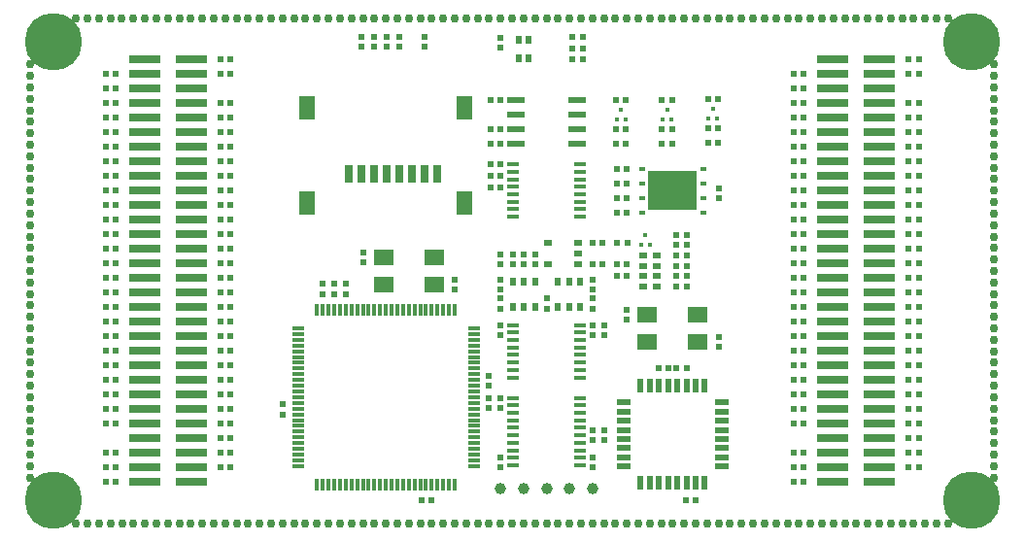
<source format=gbr>
%TF.GenerationSoftware,Altium Limited,Altium Designer,20.0.13 (296)*%
G04 Layer_Color=255*
%FSLAX26Y26*%
%MOIN*%
%TF.FileFunction,Pads,Bot*%
%TF.Part,Single*%
G01*
G75*
%TA.AperFunction,SMDPad,CuDef*%
%ADD11R,0.031496X0.019685*%
%ADD17R,0.018504X0.020472*%
%ADD23R,0.020472X0.018504*%
%ADD30R,0.015748X0.015748*%
%ADD31R,0.015748X0.015748*%
%ADD32R,0.019685X0.031496*%
%TA.AperFunction,ViaPad*%
%ADD36C,0.029528*%
%ADD37C,0.196850*%
%TA.AperFunction,SMDPad,CuDef*%
%ADD40R,0.039370X0.017716*%
%ADD41R,0.051181X0.019685*%
%ADD42R,0.019685X0.051181*%
%ADD43R,0.011811X0.039370*%
%ADD44R,0.039370X0.011811*%
%ADD45C,0.039370*%
%ADD46R,0.061024X0.023622*%
%ADD47R,0.109840X0.029130*%
%ADD48R,0.027559X0.019685*%
%ADD49R,0.023622X0.015748*%
%ADD50R,0.165354X0.133858*%
%ADD51R,0.019685X0.023622*%
%ADD52R,0.057087X0.078740*%
%ADD53R,0.031496X0.059055*%
%ADD54R,0.070866X0.055118*%
D11*
X1800787Y884646D02*
D03*
Y847244D02*
D03*
Y809843D02*
D03*
X1698425D02*
D03*
Y884646D02*
D03*
D17*
X179921Y612402D02*
D03*
X213780D02*
D03*
X1934646Y987992D02*
D03*
X1968504D02*
D03*
X1934646Y1037992D02*
D03*
X1968504D02*
D03*
X1934646Y1137992D02*
D03*
X1968504D02*
D03*
X1934646Y1087992D02*
D03*
X1968504D02*
D03*
X2110236Y452756D02*
D03*
X2076378D02*
D03*
X2173228D02*
D03*
X2139370D02*
D03*
X2204724Y0D02*
D03*
X2170866D02*
D03*
X2123228Y1274213D02*
D03*
X2089370D02*
D03*
X2123228Y1374213D02*
D03*
X2089370D02*
D03*
X1965748Y1274213D02*
D03*
X1931890D02*
D03*
X1965748Y1374213D02*
D03*
X1931890D02*
D03*
X2280709Y1277165D02*
D03*
X2246850D02*
D03*
X2280709Y1377166D02*
D03*
X2246850D02*
D03*
X1265354Y0D02*
D03*
X1299213D02*
D03*
X573622Y112402D02*
D03*
X607480D02*
D03*
X573622Y162402D02*
D03*
X607480D02*
D03*
X573622Y212402D02*
D03*
X607480D02*
D03*
X213780Y62402D02*
D03*
X179921D02*
D03*
X213780Y112402D02*
D03*
X179921D02*
D03*
X213780Y162402D02*
D03*
X179921D02*
D03*
X2935827Y112402D02*
D03*
X2969685D02*
D03*
X2935827Y162402D02*
D03*
X2969685D02*
D03*
X2575984Y62402D02*
D03*
X2542126D02*
D03*
X2575984Y112402D02*
D03*
X2542126D02*
D03*
X2575984Y162402D02*
D03*
X2542126D02*
D03*
X573622Y1462402D02*
D03*
X607480D02*
D03*
X573622Y1512402D02*
D03*
X607480D02*
D03*
X213780Y1412402D02*
D03*
X179921D02*
D03*
X213780Y1462402D02*
D03*
X179921D02*
D03*
X2935827Y1462402D02*
D03*
X2969685D02*
D03*
X2935827Y1512402D02*
D03*
X2969685D02*
D03*
X2575984Y1412402D02*
D03*
X2542126D02*
D03*
X2575984Y1462402D02*
D03*
X2542126D02*
D03*
X1501575Y1152559D02*
D03*
X1535433D02*
D03*
X1934646Y770472D02*
D03*
X1968504D02*
D03*
X1934646Y809842D02*
D03*
X1968504D02*
D03*
X2139370Y805118D02*
D03*
X2173228D02*
D03*
X2139370Y875984D02*
D03*
X2173228D02*
D03*
X1501575Y1374213D02*
D03*
X1535433D02*
D03*
X213780Y662402D02*
D03*
X179921D02*
D03*
X213780Y712402D02*
D03*
X179921D02*
D03*
X213780Y762402D02*
D03*
X179921D02*
D03*
X213780Y812402D02*
D03*
X179921D02*
D03*
X213780Y862402D02*
D03*
X179921D02*
D03*
X213780Y912402D02*
D03*
X179921D02*
D03*
X213780Y962402D02*
D03*
X179921D02*
D03*
X213780Y1012402D02*
D03*
X179921D02*
D03*
X213780Y1062402D02*
D03*
X179921D02*
D03*
X213780Y1112402D02*
D03*
X179921D02*
D03*
X213780Y1162402D02*
D03*
X179921D02*
D03*
X213780Y1212402D02*
D03*
X179921D02*
D03*
X213780Y1262402D02*
D03*
X179921D02*
D03*
X2575984Y262402D02*
D03*
X2542126D02*
D03*
X2575984Y312402D02*
D03*
X2542126D02*
D03*
X2575984Y362402D02*
D03*
X2542126D02*
D03*
X2575984Y412402D02*
D03*
X2542126D02*
D03*
X2575984Y462402D02*
D03*
X2542126D02*
D03*
X2575984Y512402D02*
D03*
X2542126D02*
D03*
X2575984Y562402D02*
D03*
X2542126D02*
D03*
X2575984Y612402D02*
D03*
X2542126D02*
D03*
X2575984Y662402D02*
D03*
X2542126D02*
D03*
X2575984Y712402D02*
D03*
X2542126D02*
D03*
X2575984Y762402D02*
D03*
X2542126D02*
D03*
X2575984Y812402D02*
D03*
X2542126D02*
D03*
X2575984Y862402D02*
D03*
X2542126D02*
D03*
X2575984Y912402D02*
D03*
X2542126D02*
D03*
X2575984Y962402D02*
D03*
X2542126D02*
D03*
X2575984Y1012402D02*
D03*
X2542126D02*
D03*
X2575984Y1062402D02*
D03*
X2542126D02*
D03*
X2575984Y1112402D02*
D03*
X2542126D02*
D03*
X2575984Y1162402D02*
D03*
X2542126D02*
D03*
X2575984Y1212402D02*
D03*
X2542126D02*
D03*
X2575984Y1262402D02*
D03*
X2542126D02*
D03*
X2575984Y1312402D02*
D03*
X2542126D02*
D03*
X2575984Y1362402D02*
D03*
X2542126D02*
D03*
X2935827Y212402D02*
D03*
X2969685D02*
D03*
X2935827Y262402D02*
D03*
X2969685D02*
D03*
X2935827Y312402D02*
D03*
X2969685D02*
D03*
X2935827Y362402D02*
D03*
X2969685D02*
D03*
X2935827Y412402D02*
D03*
X2969685D02*
D03*
X2935827Y462402D02*
D03*
X2969685D02*
D03*
X2935827Y512402D02*
D03*
X2969685D02*
D03*
X2935827Y562402D02*
D03*
X2969685D02*
D03*
X2935827Y812402D02*
D03*
X2969685D02*
D03*
X2935827Y762402D02*
D03*
X2969685D02*
D03*
X2935827Y712402D02*
D03*
X2969685D02*
D03*
X2935827Y662402D02*
D03*
X2969685D02*
D03*
X2935827Y1362402D02*
D03*
X2969685D02*
D03*
X2935827Y1312402D02*
D03*
X2969685D02*
D03*
X2935827Y1262402D02*
D03*
X2969685D02*
D03*
X2935827Y1212402D02*
D03*
X2969685D02*
D03*
X2935827Y1162402D02*
D03*
X2969685D02*
D03*
X2935827Y1112402D02*
D03*
X2969685D02*
D03*
X2935827Y1062402D02*
D03*
X2969685D02*
D03*
X2935827Y1012402D02*
D03*
X2969685D02*
D03*
X573622Y1362401D02*
D03*
X607480D02*
D03*
X573622Y1312401D02*
D03*
X607480D02*
D03*
X573622Y1262401D02*
D03*
X607480D02*
D03*
X573622Y1212401D02*
D03*
X607480D02*
D03*
X573622Y1162401D02*
D03*
X607480D02*
D03*
X573622Y1112401D02*
D03*
X607480D02*
D03*
X573622Y1062402D02*
D03*
X607480D02*
D03*
X573622Y1012402D02*
D03*
X607480D02*
D03*
X573622Y312402D02*
D03*
X607480D02*
D03*
X573622Y262402D02*
D03*
X607480D02*
D03*
X573622Y412402D02*
D03*
X607480D02*
D03*
X573622Y362402D02*
D03*
X607480D02*
D03*
X573622Y512402D02*
D03*
X607480D02*
D03*
X573622Y462402D02*
D03*
X607480D02*
D03*
X573622Y612402D02*
D03*
X607480D02*
D03*
X573622Y562402D02*
D03*
X607480D02*
D03*
X573622Y712402D02*
D03*
X607480D02*
D03*
X573622Y662402D02*
D03*
X607480D02*
D03*
X573622Y812402D02*
D03*
X607480D02*
D03*
X573622Y762402D02*
D03*
X607480D02*
D03*
X573622Y862402D02*
D03*
X607480D02*
D03*
X573622Y912402D02*
D03*
X607480D02*
D03*
X573622Y962402D02*
D03*
X607480D02*
D03*
X213780Y1312402D02*
D03*
X179921D02*
D03*
X213780Y1362402D02*
D03*
X179921D02*
D03*
X2935827Y612402D02*
D03*
X2969685D02*
D03*
X2935827Y862402D02*
D03*
X2969685D02*
D03*
X2935827Y912402D02*
D03*
X2969685D02*
D03*
X2935827Y962402D02*
D03*
X2969685D02*
D03*
X1816535Y1552067D02*
D03*
X1782677D02*
D03*
X1816535Y1512402D02*
D03*
X1782677D02*
D03*
X2089370Y1224213D02*
D03*
X2123228D02*
D03*
X1816535Y1591732D02*
D03*
X1782677D02*
D03*
X1931890Y1224213D02*
D03*
X1965748D02*
D03*
X2246850Y1227165D02*
D03*
X2280709D02*
D03*
X1501575Y1073819D02*
D03*
X1535433D02*
D03*
X1501575Y1113189D02*
D03*
X1535433D02*
D03*
X2139370Y769685D02*
D03*
X2173228D02*
D03*
X2139370Y734252D02*
D03*
X2173228D02*
D03*
X2139370Y840551D02*
D03*
X2173228D02*
D03*
X2139370Y911417D02*
D03*
X2173228D02*
D03*
X1850394Y884646D02*
D03*
X1884252D02*
D03*
X1850394Y809843D02*
D03*
X1884252D02*
D03*
X1535433Y1274213D02*
D03*
X1501575D02*
D03*
X1535433Y1224213D02*
D03*
X1501575D02*
D03*
X179921Y262402D02*
D03*
X213780D02*
D03*
X179921Y312402D02*
D03*
X213780D02*
D03*
X179921Y362402D02*
D03*
X213780D02*
D03*
X179921Y412402D02*
D03*
X213780D02*
D03*
X179921Y462402D02*
D03*
X213780D02*
D03*
X179921Y512402D02*
D03*
X213780D02*
D03*
X179921Y562402D02*
D03*
X213780D02*
D03*
D23*
X2283465Y1071850D02*
D03*
Y1037992D02*
D03*
X1692913Y658858D02*
D03*
Y692716D02*
D03*
X1850394D02*
D03*
Y658858D02*
D03*
X1535433Y758465D02*
D03*
Y724606D02*
D03*
X1616142Y809843D02*
D03*
Y843701D02*
D03*
X1535433Y1587992D02*
D03*
Y1554134D02*
D03*
X1968504Y654724D02*
D03*
Y620866D02*
D03*
X2283465Y560236D02*
D03*
Y526378D02*
D03*
X1889764Y242126D02*
D03*
Y208268D02*
D03*
X1145473Y1557874D02*
D03*
Y1591732D02*
D03*
X1535433Y567520D02*
D03*
Y601378D02*
D03*
X1850394D02*
D03*
Y567520D02*
D03*
Y146654D02*
D03*
Y112795D02*
D03*
X1535433Y146654D02*
D03*
Y112795D02*
D03*
Y317520D02*
D03*
Y351378D02*
D03*
X1003937Y708661D02*
D03*
Y742520D02*
D03*
X787402Y295276D02*
D03*
Y329134D02*
D03*
X1377953Y723228D02*
D03*
Y757087D02*
D03*
X1062992Y817717D02*
D03*
Y851575D02*
D03*
X1496063Y427559D02*
D03*
Y393701D02*
D03*
X925197Y742520D02*
D03*
Y708661D02*
D03*
X1653543Y809843D02*
D03*
Y843701D02*
D03*
X1850394Y724606D02*
D03*
Y758465D02*
D03*
X1535433Y658858D02*
D03*
Y692716D02*
D03*
X1535433Y809843D02*
D03*
Y843701D02*
D03*
X1578740Y809843D02*
D03*
Y843701D02*
D03*
X1850394Y208268D02*
D03*
Y242126D02*
D03*
X1102165Y1591732D02*
D03*
Y1557874D02*
D03*
X1275394Y1591732D02*
D03*
Y1557874D02*
D03*
X1188779Y1591732D02*
D03*
Y1557874D02*
D03*
X1058858Y1591732D02*
D03*
Y1557874D02*
D03*
X1889764Y601378D02*
D03*
Y567520D02*
D03*
X1496063Y351378D02*
D03*
Y317520D02*
D03*
X964567Y708661D02*
D03*
Y742520D02*
D03*
D30*
X2032480Y911417D02*
D03*
X2106299Y1341929D02*
D03*
X1948819D02*
D03*
X2263780Y1344882D02*
D03*
D31*
X2017717Y875984D02*
D03*
X2047244D02*
D03*
X2091535Y1306496D02*
D03*
X2121063D02*
D03*
X1934055D02*
D03*
X1963583D02*
D03*
X2249016Y1309449D02*
D03*
X2278543D02*
D03*
D32*
X1807087Y665354D02*
D03*
X1769685D02*
D03*
X1732283D02*
D03*
Y751968D02*
D03*
X1807087D02*
D03*
X1769685D02*
D03*
X1597284Y1518504D02*
D03*
Y1581496D02*
D03*
X1632716D02*
D03*
Y1518504D02*
D03*
X1653543Y665354D02*
D03*
X1616142D02*
D03*
X1578740D02*
D03*
Y751968D02*
D03*
X1653543D02*
D03*
X1616142D02*
D03*
D36*
X3031496Y-78740D02*
D03*
X3070866D02*
D03*
X2992126D02*
D03*
X2952756D02*
D03*
X2913386D02*
D03*
X2874016D02*
D03*
X2677166D02*
D03*
X2716536D02*
D03*
X2755906D02*
D03*
X2795276D02*
D03*
X2834646D02*
D03*
X2440946D02*
D03*
X2401576D02*
D03*
X2362206D02*
D03*
X2322836D02*
D03*
X2283466D02*
D03*
X2480316D02*
D03*
X2519686D02*
D03*
X2559056D02*
D03*
X2598426D02*
D03*
X2637796D02*
D03*
X2047246D02*
D03*
X2007876D02*
D03*
X1968506D02*
D03*
X1929136D02*
D03*
X1889766D02*
D03*
X2086616D02*
D03*
X2125986D02*
D03*
X2165356D02*
D03*
X2204726D02*
D03*
X2244096D02*
D03*
X1653546D02*
D03*
X1614176D02*
D03*
X1574806D02*
D03*
X1535436D02*
D03*
X1496066D02*
D03*
X1692916D02*
D03*
X1732286D02*
D03*
X1771656D02*
D03*
X1811026D02*
D03*
X1850396D02*
D03*
X1259846D02*
D03*
X1220476D02*
D03*
X1181106D02*
D03*
X1141736D02*
D03*
X1102366D02*
D03*
X1299216D02*
D03*
X1338586D02*
D03*
X1377956D02*
D03*
X1417326D02*
D03*
X1456696D02*
D03*
X866146D02*
D03*
X826776D02*
D03*
X787406D02*
D03*
X748036D02*
D03*
X708666D02*
D03*
X905516D02*
D03*
X944886D02*
D03*
X984256D02*
D03*
X1023626D02*
D03*
X1062996D02*
D03*
X472446D02*
D03*
X433076D02*
D03*
X393706D02*
D03*
X354336D02*
D03*
X314966D02*
D03*
X511816D02*
D03*
X551186D02*
D03*
X590556D02*
D03*
X629926D02*
D03*
X669296D02*
D03*
X78746D02*
D03*
X118116D02*
D03*
X157486D02*
D03*
X196856D02*
D03*
X236226D02*
D03*
X275596D02*
D03*
X2874010Y1653543D02*
D03*
X2913380D02*
D03*
X2952750D02*
D03*
X2992120D02*
D03*
X3031490D02*
D03*
X3070860D02*
D03*
X2480310D02*
D03*
X2519680D02*
D03*
X2559050D02*
D03*
X2598420D02*
D03*
X2637790D02*
D03*
X2834640D02*
D03*
X2795270D02*
D03*
X2755900D02*
D03*
X2716530D02*
D03*
X2677160D02*
D03*
X2086610D02*
D03*
X2125980D02*
D03*
X2165350D02*
D03*
X2204720D02*
D03*
X2244090D02*
D03*
X2440940D02*
D03*
X2401570D02*
D03*
X2362200D02*
D03*
X2322830D02*
D03*
X2283460D02*
D03*
X1692910D02*
D03*
X1732280D02*
D03*
X1771650D02*
D03*
X1811020D02*
D03*
X1850390D02*
D03*
X2047240D02*
D03*
X2007870D02*
D03*
X1968500D02*
D03*
X1929130D02*
D03*
X1889760D02*
D03*
X1299210D02*
D03*
X1338580D02*
D03*
X1377950D02*
D03*
X1417320D02*
D03*
X1456690D02*
D03*
X1653540D02*
D03*
X1614170D02*
D03*
X1574800D02*
D03*
X1535430D02*
D03*
X1496060D02*
D03*
X905510D02*
D03*
X944880D02*
D03*
X984250D02*
D03*
X1023620D02*
D03*
X1062990D02*
D03*
X1259840D02*
D03*
X1220470D02*
D03*
X1181100D02*
D03*
X1141730D02*
D03*
X1102360D02*
D03*
X511810D02*
D03*
X551180D02*
D03*
X590550D02*
D03*
X629920D02*
D03*
X669290D02*
D03*
X866140D02*
D03*
X826770D02*
D03*
X787400D02*
D03*
X748030D02*
D03*
X708660D02*
D03*
X314960D02*
D03*
X354330D02*
D03*
X393700D02*
D03*
X433070D02*
D03*
X472440D02*
D03*
X275590D02*
D03*
X236220D02*
D03*
X196850D02*
D03*
X157480D02*
D03*
X78740D02*
D03*
X118110D02*
D03*
X3228346Y1299213D02*
D03*
Y1259843D02*
D03*
Y1220473D02*
D03*
Y1181102D02*
D03*
Y1141732D02*
D03*
Y1102362D02*
D03*
Y1062992D02*
D03*
Y1023622D02*
D03*
Y984252D02*
D03*
Y944882D02*
D03*
Y905512D02*
D03*
Y866142D02*
D03*
Y826772D02*
D03*
Y787402D02*
D03*
Y748032D02*
D03*
Y708662D02*
D03*
Y669291D02*
D03*
Y629921D02*
D03*
Y590551D02*
D03*
Y551181D02*
D03*
Y78740D02*
D03*
Y118110D02*
D03*
Y157480D02*
D03*
Y196850D02*
D03*
Y236220D02*
D03*
Y275591D02*
D03*
Y314961D02*
D03*
Y354331D02*
D03*
Y393701D02*
D03*
Y433071D02*
D03*
Y472441D02*
D03*
Y511811D02*
D03*
Y1338583D02*
D03*
Y1377953D02*
D03*
Y1417323D02*
D03*
Y1456693D02*
D03*
Y1496063D02*
D03*
X-78740Y78740D02*
D03*
Y118110D02*
D03*
Y157480D02*
D03*
Y196850D02*
D03*
Y236220D02*
D03*
Y1062992D02*
D03*
Y1102362D02*
D03*
Y1141732D02*
D03*
Y1181102D02*
D03*
Y1220473D02*
D03*
Y1259842D02*
D03*
Y1299213D02*
D03*
Y1338583D02*
D03*
Y1377953D02*
D03*
Y1417323D02*
D03*
Y1456693D02*
D03*
Y1496063D02*
D03*
Y1023622D02*
D03*
Y984252D02*
D03*
Y944882D02*
D03*
Y905512D02*
D03*
Y866142D02*
D03*
Y826772D02*
D03*
Y787402D02*
D03*
Y748032D02*
D03*
Y708661D02*
D03*
Y669291D02*
D03*
Y629921D02*
D03*
Y590551D02*
D03*
Y551181D02*
D03*
Y511811D02*
D03*
Y472441D02*
D03*
Y433071D02*
D03*
Y393701D02*
D03*
Y354331D02*
D03*
Y314961D02*
D03*
Y275591D02*
D03*
D37*
X3149606Y1574803D02*
D03*
Y0D02*
D03*
X0Y1574803D02*
D03*
Y0D02*
D03*
D40*
X1807087Y351378D02*
D03*
X1578740D02*
D03*
X1807087Y121063D02*
D03*
X1578740D02*
D03*
Y146654D02*
D03*
Y325787D02*
D03*
Y300197D02*
D03*
Y274606D02*
D03*
Y249016D02*
D03*
Y172244D02*
D03*
Y197835D02*
D03*
Y223425D02*
D03*
X1807087Y146654D02*
D03*
Y325787D02*
D03*
Y300197D02*
D03*
Y274606D02*
D03*
Y249016D02*
D03*
Y172244D02*
D03*
Y197835D02*
D03*
Y223425D02*
D03*
Y1152559D02*
D03*
Y973425D02*
D03*
Y999016D02*
D03*
Y1024606D02*
D03*
Y1050197D02*
D03*
Y1126968D02*
D03*
Y1101378D02*
D03*
Y1075787D02*
D03*
X1578740Y1152559D02*
D03*
Y973425D02*
D03*
Y999016D02*
D03*
Y1024606D02*
D03*
Y1050197D02*
D03*
Y1126968D02*
D03*
Y1101378D02*
D03*
Y1075787D02*
D03*
Y524606D02*
D03*
Y550197D02*
D03*
Y575787D02*
D03*
Y499016D02*
D03*
Y473425D02*
D03*
Y447835D02*
D03*
Y422244D02*
D03*
Y601378D02*
D03*
X1807087Y524606D02*
D03*
Y550197D02*
D03*
Y575787D02*
D03*
Y499016D02*
D03*
Y473425D02*
D03*
Y447835D02*
D03*
Y422244D02*
D03*
Y601378D02*
D03*
D41*
X1958661Y336614D02*
D03*
Y305118D02*
D03*
Y273622D02*
D03*
Y242126D02*
D03*
Y210630D02*
D03*
Y179134D02*
D03*
Y147638D02*
D03*
Y116142D02*
D03*
X2293307D02*
D03*
Y147638D02*
D03*
Y179134D02*
D03*
Y210630D02*
D03*
Y242126D02*
D03*
Y273622D02*
D03*
Y305118D02*
D03*
Y336614D02*
D03*
D42*
X2015748Y59055D02*
D03*
X2047244D02*
D03*
X2078740D02*
D03*
X2110236D02*
D03*
X2141732D02*
D03*
X2173228D02*
D03*
X2204724D02*
D03*
X2236220D02*
D03*
Y393701D02*
D03*
X2204724D02*
D03*
X2173228D02*
D03*
X2141732D02*
D03*
X2110236D02*
D03*
X2078740D02*
D03*
X2047244D02*
D03*
X2015748D02*
D03*
D43*
X905512Y53150D02*
D03*
X925197D02*
D03*
X944882D02*
D03*
X964567D02*
D03*
X984252D02*
D03*
X1003937D02*
D03*
X1023622D02*
D03*
X1043307D02*
D03*
X1062992D02*
D03*
X1082677D02*
D03*
X1102362D02*
D03*
X1122047D02*
D03*
X1141732D02*
D03*
X1161417D02*
D03*
X1181102D02*
D03*
X1200787D02*
D03*
X1220473D02*
D03*
X1240158D02*
D03*
X1259842D02*
D03*
X1279528D02*
D03*
X1299213D02*
D03*
X1318898D02*
D03*
X1338583D02*
D03*
X1358268D02*
D03*
X1377953D02*
D03*
Y655512D02*
D03*
X1358268D02*
D03*
X1338583D02*
D03*
X1318898D02*
D03*
X1299213D02*
D03*
X1279528D02*
D03*
X1259842D02*
D03*
X1240158D02*
D03*
X1220473D02*
D03*
X1200787D02*
D03*
X1181102D02*
D03*
X1161417D02*
D03*
X1141732D02*
D03*
X1122047D02*
D03*
X1102362D02*
D03*
X1082677D02*
D03*
X1062992D02*
D03*
X1043307D02*
D03*
X1023622D02*
D03*
X1003937D02*
D03*
X984252D02*
D03*
X964567D02*
D03*
X944882D02*
D03*
X925197D02*
D03*
X905512D02*
D03*
D44*
X1442913Y118110D02*
D03*
Y137795D02*
D03*
Y157480D02*
D03*
Y177165D02*
D03*
Y196850D02*
D03*
Y216535D02*
D03*
Y236220D02*
D03*
Y255905D02*
D03*
Y275591D02*
D03*
Y295276D02*
D03*
Y314961D02*
D03*
Y334646D02*
D03*
Y354331D02*
D03*
Y374016D02*
D03*
Y393701D02*
D03*
Y413386D02*
D03*
Y433071D02*
D03*
Y452756D02*
D03*
Y472441D02*
D03*
Y492126D02*
D03*
Y511811D02*
D03*
Y531496D02*
D03*
Y551181D02*
D03*
Y570866D02*
D03*
Y590551D02*
D03*
X840551D02*
D03*
Y570866D02*
D03*
Y551181D02*
D03*
Y531496D02*
D03*
Y511811D02*
D03*
Y492126D02*
D03*
Y472441D02*
D03*
Y452756D02*
D03*
Y433071D02*
D03*
Y413386D02*
D03*
Y393701D02*
D03*
Y374016D02*
D03*
Y354331D02*
D03*
Y334646D02*
D03*
Y314961D02*
D03*
Y295276D02*
D03*
Y275591D02*
D03*
Y255905D02*
D03*
Y236220D02*
D03*
Y216535D02*
D03*
Y196850D02*
D03*
Y177165D02*
D03*
Y157480D02*
D03*
Y137795D02*
D03*
Y118110D02*
D03*
D45*
X1535433Y39370D02*
D03*
X1771653D02*
D03*
X1850394D02*
D03*
X1692913D02*
D03*
X1614173D02*
D03*
D46*
X1586614Y1374213D02*
D03*
Y1324213D02*
D03*
Y1274213D02*
D03*
Y1224213D02*
D03*
X1799213D02*
D03*
Y1274213D02*
D03*
Y1324213D02*
D03*
Y1374213D02*
D03*
D47*
X2675905Y62402D02*
D03*
X2835905D02*
D03*
X2675905Y112402D02*
D03*
X2835905D02*
D03*
X2675905Y162402D02*
D03*
X2835905D02*
D03*
X2675905Y212402D02*
D03*
X2835905D02*
D03*
X2675905Y262402D02*
D03*
X2835905D02*
D03*
X2675905Y312402D02*
D03*
X2835905D02*
D03*
X2675905Y362402D02*
D03*
X2835905D02*
D03*
X2675905Y412402D02*
D03*
X2835905D02*
D03*
X2675905Y462402D02*
D03*
X2835905D02*
D03*
X2675905Y512402D02*
D03*
X2835905D02*
D03*
X2675905Y562402D02*
D03*
X2835905D02*
D03*
X2675905Y612402D02*
D03*
X2835905D02*
D03*
X2675905Y662402D02*
D03*
X2835905D02*
D03*
X2675905Y712402D02*
D03*
X2835905D02*
D03*
X2675905Y762402D02*
D03*
X2835905D02*
D03*
X2675905Y812402D02*
D03*
X2835905D02*
D03*
X2675905Y862402D02*
D03*
X2835905D02*
D03*
X2675905Y912402D02*
D03*
X2835905D02*
D03*
X2675905Y962402D02*
D03*
X2835905D02*
D03*
X2675905Y1012402D02*
D03*
X2835905D02*
D03*
X2675905Y1062402D02*
D03*
X2835905D02*
D03*
X2675905Y1112402D02*
D03*
X2835905D02*
D03*
X2675905Y1162402D02*
D03*
X2835905D02*
D03*
X2675905Y1212402D02*
D03*
X2835905D02*
D03*
X2675905Y1262402D02*
D03*
X2835905D02*
D03*
X2675905Y1312402D02*
D03*
X2835905D02*
D03*
X2675905Y1362402D02*
D03*
X2835905D02*
D03*
X2675905Y1412402D02*
D03*
X2835905D02*
D03*
X2675905Y1462402D02*
D03*
X2835905D02*
D03*
X2675905Y1512402D02*
D03*
X2835905D02*
D03*
X313701Y62402D02*
D03*
X473701D02*
D03*
X313701Y112402D02*
D03*
X473701D02*
D03*
X313701Y162402D02*
D03*
X473701D02*
D03*
X313701Y212402D02*
D03*
X473701D02*
D03*
X313701Y262402D02*
D03*
X473701D02*
D03*
X313701Y312402D02*
D03*
X473701D02*
D03*
X313701Y362402D02*
D03*
X473701D02*
D03*
X313701Y412402D02*
D03*
X473701D02*
D03*
X313701Y462402D02*
D03*
X473701D02*
D03*
X313701Y512402D02*
D03*
X473701D02*
D03*
X313701Y562402D02*
D03*
X473701D02*
D03*
X313701Y612402D02*
D03*
X473701D02*
D03*
X313701Y662402D02*
D03*
X473701D02*
D03*
X313701Y712402D02*
D03*
X473701D02*
D03*
X313701Y762402D02*
D03*
X473701D02*
D03*
X313701Y812402D02*
D03*
X473701D02*
D03*
X313701Y862402D02*
D03*
X473701D02*
D03*
X313701Y912402D02*
D03*
X473701D02*
D03*
X313701Y962402D02*
D03*
X473701D02*
D03*
X313701Y1012402D02*
D03*
X473701D02*
D03*
X313701Y1062402D02*
D03*
X473701D02*
D03*
X313701Y1112402D02*
D03*
X473701D02*
D03*
X313701Y1162402D02*
D03*
X473701D02*
D03*
X313701Y1212402D02*
D03*
X473701D02*
D03*
X313701Y1262402D02*
D03*
X473701D02*
D03*
X313701Y1312402D02*
D03*
X473701D02*
D03*
X313701Y1362402D02*
D03*
X473701D02*
D03*
X313701Y1412402D02*
D03*
X473701D02*
D03*
X313701Y1462402D02*
D03*
X473701D02*
D03*
X313701Y1512402D02*
D03*
X473701D02*
D03*
D48*
X2023622Y840551D02*
D03*
Y805118D02*
D03*
Y769685D02*
D03*
Y734252D02*
D03*
X2070866D02*
D03*
Y769685D02*
D03*
Y805118D02*
D03*
Y840551D02*
D03*
D49*
X2232284Y987992D02*
D03*
Y1037992D02*
D03*
Y1087992D02*
D03*
Y1137992D02*
D03*
X2019685D02*
D03*
Y1087992D02*
D03*
Y1037992D02*
D03*
Y987992D02*
D03*
D50*
X2125984Y1062992D02*
D03*
D51*
X1970079Y884646D02*
D03*
X1934646D02*
D03*
D52*
X871063Y1019685D02*
D03*
X1412402D02*
D03*
Y1346457D02*
D03*
X871063D02*
D03*
D53*
X1318701Y1122047D02*
D03*
X1275394D02*
D03*
X1232087D02*
D03*
X1015551D02*
D03*
X1058858D02*
D03*
X1102165D02*
D03*
X1188780D02*
D03*
X1145473D02*
D03*
D54*
X1133858Y834646D02*
D03*
X1307087D02*
D03*
Y740158D02*
D03*
X1133858D02*
D03*
X2212599Y637795D02*
D03*
X2039370D02*
D03*
Y543307D02*
D03*
X2212599D02*
D03*
%TF.MD5,1471ddde4e5d399dee15a8c21293699b*%
M02*

</source>
